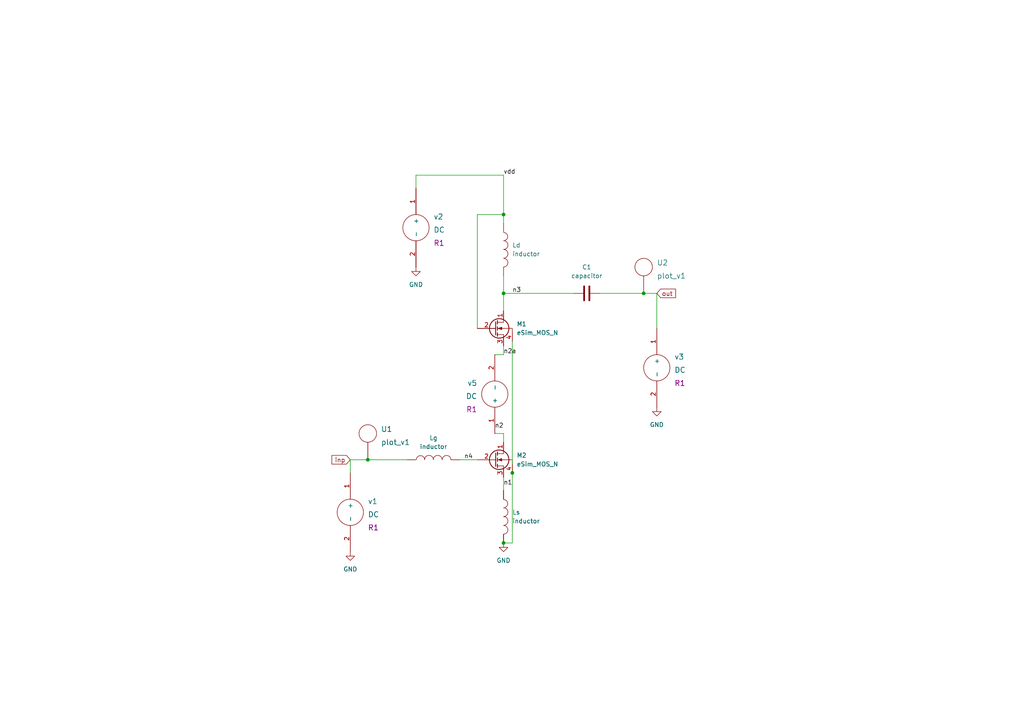
<source format=kicad_sch>
(kicad_sch (version 20211123) (generator eeschema)
  (paper "A4")
  (lib_symbols
    (symbol "eSim_Devices:capacitor" (pin_numbers hide) (pin_names (offset 0.254))
      (property "Reference" "C" (at 0.635 2.54 0))
      (property "Value" "capacitor" (at 0.635 -2.54 0))
      (symbol "capacitor_0_1"
        (polyline (pts (xy -2.032 -0.762) (xy 2.032 -0.762)) (stroke (width 0.508)))
        (polyline (pts (xy -2.032 0.762) (xy 2.032 0.762)) (stroke (width 0.508)))
      )
      (symbol "capacitor_1_1"
        (pin passive line (at 0 3.81 270) (length 2.794) (name "~") (number "1"))
        (pin passive line (at 0 -3.81 90) (length 2.794) (name "~") (number "2"))
      )
    )
    (symbol "eSim_Devices:eSim_MOS_N" (pin_names (offset 0) hide)
      (property "Reference" "M" (at 0 -3.81 0))
      (property "Value" "eSim_MOS_N" (at 2.54 -1.27 0))
      (symbol "eSim_MOS_N_0_1"
        (polyline (pts (xy 3.302 -7.366) (xy 3.302 -6.35)) (stroke (width 0.254)))
        (polyline (pts (xy 3.302 -6.858) (xy 5.08 -6.858)))
        (polyline (pts (xy 3.302 -5.588) (xy 3.302 -4.572)) (stroke (width 0.254)))
        (polyline (pts (xy 3.302 -5.08) (xy 5.08 -5.08)))
        (polyline (pts (xy 3.302 -3.81) (xy 3.302 -2.794)) (stroke (width 0.254)))
        (polyline (pts (xy 3.302 -3.302) (xy 5.08 -3.302)))
        (polyline (pts (xy 5.08 -7.62) (xy 5.08 -6.858)))
        (polyline (pts (xy 5.08 -3.302) (xy 5.08 -2.54)))
        (polyline (pts (xy 2.794 -6.985) (xy 2.794 -3.175) (xy 2.794 -3.175)) (stroke (width 0.254)))
        (polyline (pts (xy 5.08 -5.08) (xy 7.62 -5.08) (xy 7.62 -6.35)))
        (polyline (pts (xy 3.556 -5.08) (xy 4.572 -5.461) (xy 4.572 -4.699) (xy 3.556 -5.08)) (fill (type outline)))
        (circle (center 3.81 -5.08) (radius 2.8194) (stroke (width 0.254)))
      )
      (symbol "eSim_MOS_N_1_1"
        (pin passive line (at 5.08 0 270) (length 2.54) (name "D") (number "1"))
        (pin passive line (at -2.54 -5.08 0) (length 5.334) (name "G") (number "2"))
        (pin passive line (at 5.08 -10.16 90) (length 2.54) (name "S") (number "3"))
        (pin passive line (at 7.62 -8.89 90) (length 2.4892) (name "B") (number "4"))
      )
    )
    (symbol "eSim_Devices:inductor" (pin_numbers hide) (pin_names (offset 1.016) hide)
      (property "Reference" "L" (at 49.53 12.7 0))
      (property "Value" "inductor" (at 49.53 16.51 0))
      (symbol "inductor_0_1"
        (arc (start 46.9646 13.9954) (mid 45.7705 15.1641) (end 44.5516 13.9954))
        (arc (start 49.5046 13.9954) (mid 48.2344 15.2403) (end 46.9392 13.9954))
        (arc (start 52.0446 13.9954) (mid 50.7744 15.2403) (end 49.4792 13.9954))
        (arc (start 54.5846 13.9954) (mid 53.3397 15.2149) (end 52.07 13.9954))
      )
      (symbol "inductor_1_1"
        (pin passive line (at 41.91 13.97 0) (length 2.54) (name "1") (number "1"))
        (pin passive line (at 57.15 13.97 180) (length 2.54) (name "2") (number "2"))
      )
    )
    (symbol "eSim_Plot:plot_v1" (pin_names (offset 1.016))
      (property "Reference" "U" (at 0 12.7 0))
      (property "Value" "plot_v1" (at 5.08 8.89 0))
      (symbol "plot_v1_0_1"
        (circle (center 0 12.7) (radius 2.54))
      )
      (symbol "plot_v1_1_1"
        (pin input line (at 0 5.08 90) (length 5.08) (name "~") (number "~"))
      )
    )
    (symbol "eSim_Power:eSim_GND" (power) (pin_names (offset 0))
      (property "Value" "eSim_GND" (at 0 -3.81 0))
      (symbol "eSim_GND_0_1"
        (polyline (pts (xy 0 0) (xy 0 -1.27) (xy 1.27 -1.27) (xy 0 -2.54) (xy -1.27 -1.27) (xy 0 -1.27)))
      )
      (symbol "eSim_GND_1_1"
        (pin power_in line (at 0 0 270) (length 0) hide (name "GND") (number "1"))
      )
    )
    (symbol "eSim_Sources:DC" (pin_names (offset 1.016))
      (property "Reference" "v" (at -5.08 2.54 0))
      (property "Value" "DC" (at -5.08 -1.27 0))
      (property "Footprint" "R1" (at -7.62 0 0))
      (symbol "DC_0_1"
        (circle (center 0 0) (radius 3.81))
      )
      (symbol "DC_1_1"
        (pin power_out line (at 0 11.43 270) (length 7.62) (name "+") (number "1"))
        (pin power_out line (at 0 -11.43 90) (length 7.62) (name "-") (number "2"))
      )
    )
  )
  (junction (at 146.05 157.48))
  (junction (at 146.05 85.09))
  (junction (at 106.68 133.35))
  (junction (at 148.59 137.16))
  (junction (at 146.05 62.23))
  (junction (at 186.69 85.09))
  (wire (pts (xy 106.68 133.35) (xy 118.11 133.35)))
  (wire (pts (xy 101.6 133.35) (xy 106.68 133.35)))
  (wire (pts (xy 146.05 50.8) (xy 146.05 62.23)))
  (wire (pts (xy 146.05 85.09) (xy 146.05 90.17)))
  (wire (pts (xy 146.05 128.27) (xy 146.05 125.73)))
  (wire (pts (xy 173.99 85.09) (xy 186.69 85.09)))
  (wire (pts (xy 148.59 99.06) (xy 148.59 137.16)))
  (wire (pts (xy 143.51 125.73) (xy 146.05 125.73)))
  (wire (pts (xy 148.59 137.16) (xy 148.59 157.48)))
  (wire (pts (xy 146.05 62.23) (xy 146.05 64.77)))
  (wire (pts (xy 138.43 95.25) (xy 138.43 62.23)))
  (wire (pts (xy 190.5 85.09) (xy 190.5 95.25)))
  (wire (pts (xy 120.65 50.8) (xy 146.05 50.8)))
  (wire (pts (xy 186.69 85.09) (xy 190.5 85.09)))
  (wire (pts (xy 146.05 100.33) (xy 146.05 102.87)))
  (wire (pts (xy 146.05 80.01) (xy 146.05 85.09)))
  (wire (pts (xy 101.6 137.16) (xy 101.6 133.35)))
  (wire (pts (xy 146.05 102.87) (xy 143.51 102.87)))
  (wire (pts (xy 146.05 157.48) (xy 148.59 157.48)))
  (wire (pts (xy 138.43 62.23) (xy 146.05 62.23)))
  (wire (pts (xy 133.35 133.35) (xy 138.43 133.35)))
  (wire (pts (xy 146.05 85.09) (xy 166.37 85.09)))
  (wire (pts (xy 146.05 138.43) (xy 146.05 142.24)))
  (wire (pts (xy 120.65 54.61) (xy 120.65 50.8)))
  (label "vdd" (at 146.05 50.8 0))
  (label "n2" (at 143.51 124.46 0))
  (label "n2a" (at 146.05 102.87 0))
  (label "n1" (at 146.05 140.97 0))
  (label "n4" (at 134.62 133.35 0))
  (label "n3" (at 148.59 85.09 0))
  (global_label "inp" (shape input) (at 101.6 133.35 180) (property "Intersheet References" "${INTERSHEET_REFS}" (effects hide)))
  (global_label "out" (shape input) (at 190.5 85.09 0) (property "Intersheet References" "${INTERSHEET_REFS}" (effects hide)))
  (symbol (lib_id "eSim_Sources:DC") (at 120.65 66.04 0) (unit 1)
    (property "Reference" "v2" (at 125.73 62.865 0) (effects (font (size 1.524 1.524)) (justify left)))
    (property "Value" "DC" (at 125.73 66.675 0) (effects (font (size 1.524 1.524)) (justify left)))
    (property "Footprint" "R1" (at 125.73 70.485 0) (effects (font (size 1.524 1.524)) (justify left)))
  )
  (symbol (lib_id "eSim_Power:eSim_GND") (at 101.6 160.02 0) (unit 1)
    (property "Reference" "#PWR0103" (effects hide))
    (property "Value" "eSim_GND" (at 101.6 165.1 0))
  )
  (symbol (lib_id "eSim_Devices:inductor") (at 132.08 100.33 270) (unit 1)
    (property "Reference" "Ls" (at 148.59 148.5899 90) (effects (justify left)))
    (property "Value" "inductor" (at 148.59 151.1299 90) (effects (justify left)))
  )
  (symbol (lib_id "eSim_Sources:DC") (at 190.5 106.68 0) (unit 1)
    (property "Reference" "v3" (at 195.58 103.505 0) (effects (font (size 1.524 1.524)) (justify left)))
    (property "Value" "DC" (at 195.58 107.315 0) (effects (font (size 1.524 1.524)) (justify left)))
    (property "Footprint" "R1" (at 195.58 111.125 0) (effects (font (size 1.524 1.524)) (justify left)))
  )
  (symbol (lib_id "eSim_Devices:capacitor") (at 170.18 85.09 90) (unit 1)
    (property "Reference" "C1" (at 170.18 77.47 90))
    (property "Value" "capacitor" (at 170.18 80.01 90))
  )
  (symbol (lib_id "eSim_Devices:eSim_MOS_N") (at 140.97 128.27 0) (unit 1)
    (property "Reference" "M2" (at 149.86 132.0799 0) (effects (justify left)))
    (property "Value" "eSim_MOS_N" (at 149.86 134.6199 0) (effects (justify left)))
  )
  (symbol (lib_id "eSim_Sources:DC") (at 143.51 114.3 0) (mirror x) (unit 1)
    (property "Reference" "v5" (at 138.43 111.125 0) (effects (font (size 1.524 1.524)) (justify right)))
    (property "Value" "DC" (at 138.43 114.935 0) (effects (font (size 1.524 1.524)) (justify right)))
    (property "Footprint" "R1" (at 138.43 118.745 0) (effects (font (size 1.524 1.524)) (justify right)))
  )
  (symbol (lib_id "eSim_Power:eSim_GND") (at 120.65 77.47 0) (unit 1)
    (property "Reference" "#PWR0101" (effects hide))
    (property "Value" "eSim_GND" (at 120.65 82.55 0))
  )
  (symbol (lib_id "eSim_Devices:eSim_MOS_N") (at 140.97 90.17 0) (unit 1)
    (property "Reference" "M1" (at 149.86 93.9799 0) (effects (justify left)))
    (property "Value" "eSim_MOS_N" (at 149.86 96.5199 0) (effects (justify left)))
  )
  (symbol (lib_id "eSim_Power:eSim_GND") (at 190.5 118.11 0) (unit 1)
    (property "Reference" "#PWR0104" (effects hide))
    (property "Value" "eSim_GND" (at 190.5 123.19 0))
  )
  (symbol (lib_id "eSim_Devices:inductor") (at 132.08 22.86 270) (unit 1)
    (property "Reference" "Ld" (at 148.59 71.1199 90) (effects (justify left)))
    (property "Value" "inductor" (at 148.59 73.6599 90) (effects (justify left)))
  )
  (symbol (lib_id "eSim_Sources:DC") (at 101.6 148.59 0) (unit 1)
    (property "Reference" "v1" (at 106.68 145.415 0) (effects (font (size 1.524 1.524)) (justify left)))
    (property "Value" "DC" (at 106.68 149.225 0) (effects (font (size 1.524 1.524)) (justify left)))
    (property "Footprint" "R1" (at 106.68 153.035 0) (effects (font (size 1.524 1.524)) (justify left)))
  )
  (symbol (lib_id "eSim_Devices:inductor") (at 76.2 147.32 0) (unit 1)
    (property "Reference" "Lg" (at 125.73 127 0))
    (property "Value" "inductor" (at 125.73 129.54 0))
  )
  (symbol (lib_id "eSim_Plot:plot_v1") (at 186.69 90.17 0) (unit 1)
    (property "Reference" "U2" (at 190.5 76.2 0) (effects (font (size 1.524 1.524)) (justify left)))
    (property "Value" "plot_v1" (at 190.5 80.01 0) (effects (font (size 1.524 1.524)) (justify left)))
  )
  (symbol (lib_id "eSim_Power:eSim_GND") (at 146.05 157.48 0) (unit 1)
    (property "Reference" "#PWR0102" (effects hide))
    (property "Value" "eSim_GND" (at 146.05 162.56 0))
  )
  (symbol (lib_id "eSim_Plot:plot_v1") (at 106.68 138.43 0) (unit 1)
    (property "Reference" "U1" (at 110.49 124.46 0) (effects (font (size 1.524 1.524)) (justify left)))
    (property "Value" "plot_v1" (at 110.49 128.27 0) (effects (font (size 1.524 1.524)) (justify left)))
  )
)
</source>
